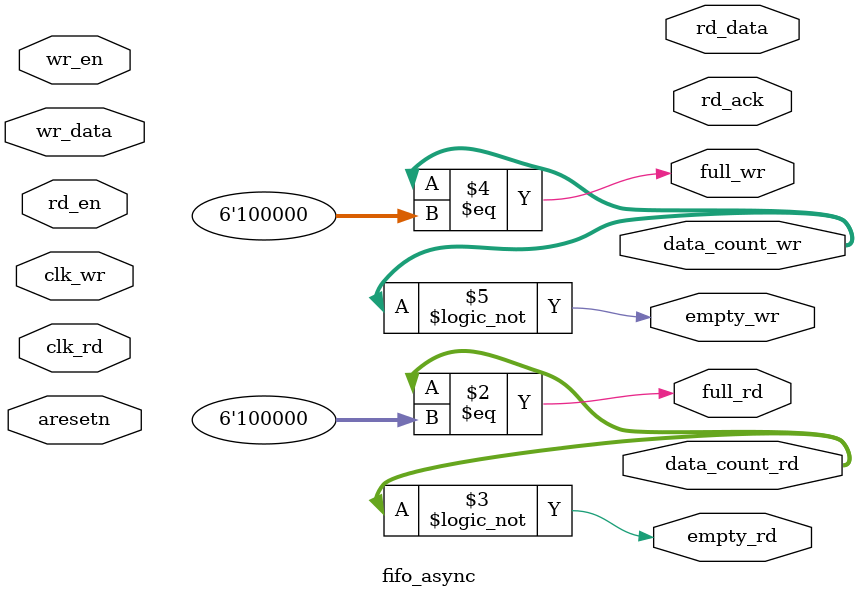
<source format=v>
module fifo_async(
  clk_rd,
  clk_wr,
  aresetn,

  rd_data,
  rd_en,
  rd_ack,

  data_count_rd,
  full_rd,
  empty_rd,

  wr_data,
  wr_en,

  data_count_wr,
  full_wr,
  empty_wr
);
  parameter DATA_W = 8;
  parameter SIZE = 32;

  localparam POINTER_W = $clog2(SIZE);

  input clk_rd;
  input clk_wr;
  input aresetn;

  output [DATA_W - 1:0] rd_data;
  input rd_en;
  output rd_ack;

  output reg [POINTER_W:0] data_count_rd;
  output full_rd;
  output empty_rd;

  input [DATA_W - 1:0] wr_data;
  input wr_en;

  output reg [POINTER_W:0] data_count_wr;
  output full_wr;
  output empty_wr;

  // All synchronus to clk_wr
  reg [DATA_W - 1:0] data [0:SIZE - 1];
  reg [POINTER_W - 1:0] head;
  reg [POINTER_W - 1:0] tail;

  reg rd_en_sync0;
  reg rd_en_sync1;

  // Full and empty signals synchronous to clk_rd
  assign full_rd = data_count_rd == SIZE;
  assign empty_rd = data_count_rd == 0;

  // Full and empty signals synchronous to clk_wr
  assign full_wr = data_count_wr == SIZE;
  assign empty_wr = data_count_wr == 0;

  integer i;
  always@(posedge clk_wr, negedge aresetn) begin
    if(aresetn == 0) begin
      for(i = 0; i < SIZE; i = i + 1) begin
        data[i] <= 0;
      end

      head <= 0;
      tail <= 0;
    end else begin
      rd_en_sync0 <= rd_en;
      rd_en_sync1 <= rd_en_sync0;

      if(rd_en_sync1 == 1) begin

      end
    end
  end

  always@(posedge clk_rd, negedge aresetn) begin
    if(aresetn == 0) begin

    end else begin

    end
  end

endmodule

</source>
